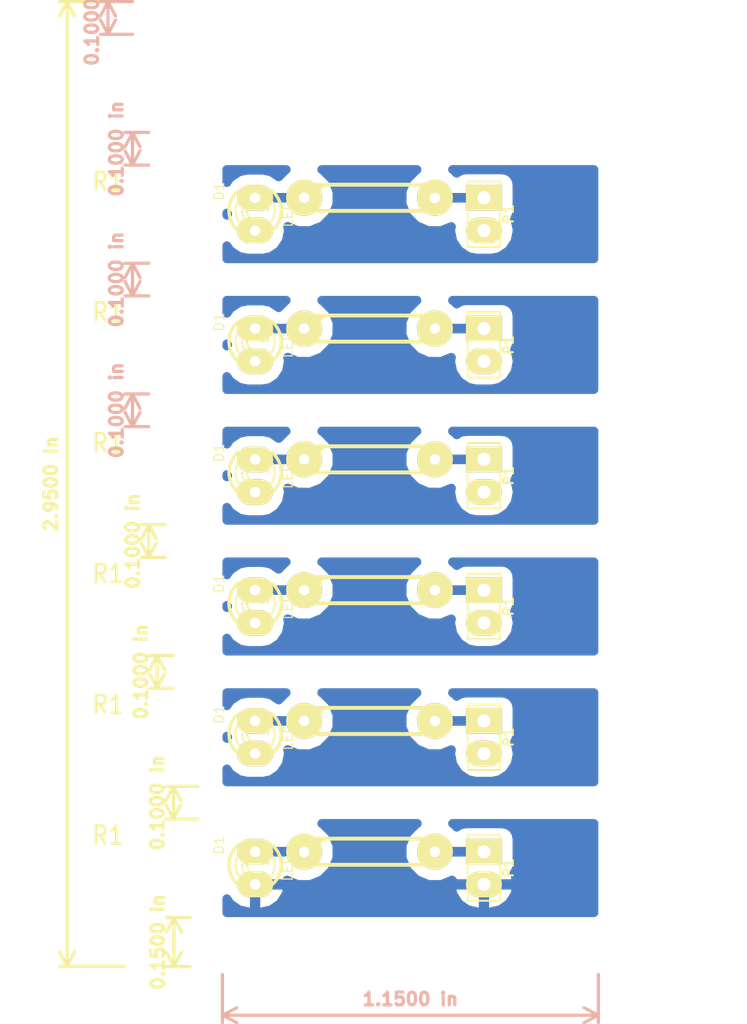
<source format=kicad_pcb>
(kicad_pcb (version 20171130) (host pcbnew 5.0.2-bee76a0~70~ubuntu16.04.1)

  (general
    (thickness 1.6)
    (drawings 23)
    (tracks 12)
    (zones 0)
    (modules 18)
    (nets 4)
  )

  (page A3)
  (layers
    (0 F.Cu signal)
    (31 B.Cu signal)
    (32 B.Adhes user)
    (33 F.Adhes user)
    (34 B.Paste user)
    (35 F.Paste user)
    (36 B.SilkS user)
    (37 F.SilkS user)
    (38 B.Mask user)
    (39 F.Mask user)
    (40 Dwgs.User user)
    (41 Cmts.User user)
    (42 Eco1.User user)
    (43 Eco2.User user)
    (44 Edge.Cuts user)
  )

  (setup
    (last_trace_width 0.75)
    (trace_clearance 0.254)
    (zone_clearance 0.8)
    (zone_45_only no)
    (trace_min 0.254)
    (segment_width 0.2)
    (edge_width 0.15)
    (via_size 0.889)
    (via_drill 0.635)
    (via_min_size 0.889)
    (via_min_drill 0.508)
    (uvia_size 0.508)
    (uvia_drill 0.127)
    (uvias_allowed no)
    (uvia_min_size 0.508)
    (uvia_min_drill 0.127)
    (pcb_text_width 0.3)
    (pcb_text_size 1 1)
    (mod_edge_width 0.15)
    (mod_text_size 1 1)
    (mod_text_width 0.15)
    (pad_size 2 2.8)
    (pad_drill 0.8128)
    (pad_to_mask_clearance 0)
    (solder_mask_min_width 0.25)
    (aux_axis_origin 49.53 54.61)
    (grid_origin 45.72 55.88)
    (visible_elements FFFFFFBF)
    (pcbplotparams
      (layerselection 0x00008_fffffffe)
      (usegerberextensions true)
      (usegerberattributes false)
      (usegerberadvancedattributes false)
      (creategerberjobfile false)
      (excludeedgelayer true)
      (linewidth 0.150000)
      (plotframeref false)
      (viasonmask false)
      (mode 1)
      (useauxorigin true)
      (hpglpennumber 1)
      (hpglpenspeed 20)
      (hpglpendiameter 15.000000)
      (psnegative false)
      (psa4output false)
      (plotreference false)
      (plotvalue false)
      (plotinvisibletext false)
      (padsonsilk false)
      (subtractmaskfromsilk false)
      (outputformat 1)
      (mirror false)
      (drillshape 0)
      (scaleselection 1)
      (outputdirectory ""))
  )

  (net 0 "")
  (net 1 N-000001)
  (net 2 N-000002)
  (net 3 N-000003)

  (net_class Default "Dies ist die voreingestellte Netzklasse."
    (clearance 0.254)
    (trace_width 0.75)
    (via_dia 0.889)
    (via_drill 0.635)
    (uvia_dia 0.508)
    (uvia_drill 0.127)
    (add_net N-000001)
    (add_net N-000002)
    (add_net N-000003)
  )

  (module PIN_ARRAY_2X1 (layer F.Cu) (tedit 58D04B6B) (tstamp 5C308D84)
    (at 69.85 0 270)
    (descr "Connecteurs 2 pins")
    (tags "CONN DEV")
    (path /58049195)
    (fp_text reference P1 (at 0 -1.905 270) (layer F.SilkS)
      (effects (font (size 0.762 0.762) (thickness 0.1524)))
    )
    (fp_text value CONN_2 (at 0 -1.905 270) (layer F.SilkS) hide
      (effects (font (size 0.762 0.762) (thickness 0.1524)))
    )
    (fp_line (start 2.54 1.27) (end -2.54 1.27) (layer F.SilkS) (width 0.1524))
    (fp_line (start 2.54 -1.27) (end 2.54 1.27) (layer F.SilkS) (width 0.1524))
    (fp_line (start -2.54 -1.27) (end 2.54 -1.27) (layer F.SilkS) (width 0.1524))
    (fp_line (start -2.54 1.27) (end -2.54 -1.27) (layer F.SilkS) (width 0.1524))
    (pad 2 thru_hole oval (at 1.27 0 270) (size 2 2.8) (drill 1.016) (layers *.Cu *.Mask F.SilkS))
    (pad 1 thru_hole rect (at -1.27 0 270) (size 2 2.8) (drill 1.016) (layers *.Cu *.Mask F.SilkS))
    (model pin_array/pins_array_2x1.wrl
      (at (xyz 0 0 0))
      (scale (xyz 1 1 1))
      (rotate (xyz 0 0 0))
    )
  )

  (module LED-3MM (layer F.Cu) (tedit 58D04BDB) (tstamp 5C308D6C)
    (at 52.07 0 90)
    (descr "LED 3mm - Lead pitch 100mil (2,54mm)")
    (tags "LED led 3mm 3MM 100mil 2,54mm")
    (path /58048ADF)
    (fp_text reference D1 (at 1.778 -2.794 90) (layer F.SilkS)
      (effects (font (size 0.762 0.762) (thickness 0.0889)))
    )
    (fp_text value LED (at 0 2.54 90) (layer F.SilkS)
      (effects (font (size 0.762 0.762) (thickness 0.0889)))
    )
    (fp_arc (start 0.254 0) (end -1.47574 1.06426) (angle 31.6) (layer F.SilkS) (width 0.254))
    (fp_arc (start 0.254 0) (end -1.778 0) (angle 28.3) (layer F.SilkS) (width 0.254))
    (fp_arc (start 0.254 0) (end 0.254 2.032) (angle 60.2) (layer F.SilkS) (width 0.254))
    (fp_arc (start 0.254 0) (end 1.8034 1.31064) (angle 49.7) (layer F.SilkS) (width 0.254))
    (fp_arc (start 0.254 0) (end -1.5367 -0.95504) (angle 61.9) (layer F.SilkS) (width 0.254))
    (fp_arc (start 0.254 0) (end 0.254 -2.032) (angle 50.1) (layer F.SilkS) (width 0.254))
    (fp_arc (start 0.254 0) (end 1.27 0) (angle 90) (layer F.SilkS) (width 0.1524))
    (fp_arc (start 0.254 0) (end 0.889 0) (angle 90) (layer F.SilkS) (width 0.1524))
    (fp_arc (start 0.254 0) (end -0.762 0) (angle 90) (layer F.SilkS) (width 0.1524))
    (fp_arc (start 0.254 0) (end -0.381 0) (angle 90) (layer F.SilkS) (width 0.1524))
    (fp_arc (start 0.254 0) (end 0.254 1.524) (angle 52.1) (layer F.SilkS) (width 0.1524))
    (fp_arc (start 0.254 0) (end 1.45542 0.93472) (angle 52.1) (layer F.SilkS) (width 0.1524))
    (fp_arc (start 0.254 0) (end -0.9652 -0.9144) (angle 53.1) (layer F.SilkS) (width 0.1524))
    (fp_arc (start 0.254 0) (end 0.254 -1.524) (angle 54.4) (layer F.SilkS) (width 0.1524))
    (fp_arc (start 0.254 0) (end 1.778 0) (angle 39.8) (layer F.SilkS) (width 0.1524))
    (fp_arc (start 0.254 0) (end 1.4097 -0.9906) (angle 40.6) (layer F.SilkS) (width 0.1524))
    (fp_arc (start 0.254 0) (end -0.88392 1.01092) (angle 41.6) (layer F.SilkS) (width 0.1524))
    (fp_arc (start 0.254 0) (end -1.27 0) (angle 39.8) (layer F.SilkS) (width 0.1524))
    (fp_line (start 1.8288 1.27) (end 1.8288 -1.27) (layer F.SilkS) (width 0.254))
    (pad 2 thru_hole oval (at 1.27 0 90) (size 2 2.8) (drill 0.8128) (layers *.Cu *.Mask F.SilkS))
    (pad 1 thru_hole oval (at -1.27 0 90) (size 2 2.8) (drill 0.8128) (layers *.Cu *.Mask F.SilkS))
    (model discret/leds/led3_vertical_verde.wrl
      (at (xyz 0 0 0))
      (scale (xyz 1 1 1))
      (rotate (xyz 0 0 0))
    )
  )

  (module R4 (layer F.Cu) (tedit 58D04BC3) (tstamp 5C308D5F)
    (at 60.96 -1.27)
    (descr "Resitance 4 pas")
    (tags R)
    (path /58048B1C)
    (autoplace_cost180 10)
    (fp_text reference R1 (at -20.32 -1.27) (layer F.SilkS)
      (effects (font (size 1.397 1.27) (thickness 0.2032)))
    )
    (fp_text value R (at 0 0) (layer F.SilkS) hide
      (effects (font (size 1.397 1.27) (thickness 0.2032)))
    )
    (fp_line (start 5.08 0) (end 4.064 0) (layer F.SilkS) (width 0.3048))
    (fp_line (start -4.064 -0.508) (end -3.556 -1.016) (layer F.SilkS) (width 0.3048))
    (fp_line (start -4.064 1.016) (end -4.064 0) (layer F.SilkS) (width 0.3048))
    (fp_line (start 4.064 1.016) (end -4.064 1.016) (layer F.SilkS) (width 0.3048))
    (fp_line (start 4.064 -1.016) (end 4.064 1.016) (layer F.SilkS) (width 0.3048))
    (fp_line (start -4.064 -1.016) (end 4.064 -1.016) (layer F.SilkS) (width 0.3048))
    (fp_line (start -4.064 0) (end -4.064 -1.016) (layer F.SilkS) (width 0.3048))
    (fp_line (start -5.08 0) (end -4.064 0) (layer F.SilkS) (width 0.3048))
    (pad 2 thru_hole circle (at 5.08 0) (size 2.8 2.8) (drill 0.8128) (layers *.Cu *.Mask F.SilkS))
    (pad 1 thru_hole circle (at -5.08 0) (size 2.8 2.8) (drill 0.8128) (layers *.Cu *.Mask F.SilkS))
    (model discret/resistor.wrl
      (at (xyz 0 0 0))
      (scale (xyz 0.4 0.4 0.4))
      (rotate (xyz 0 0 0))
    )
  )

  (module PIN_ARRAY_2X1 (layer F.Cu) (tedit 58D04B6B) (tstamp 5C308D84)
    (at 69.85 10.16 270)
    (descr "Connecteurs 2 pins")
    (tags "CONN DEV")
    (path /58049195)
    (fp_text reference P1 (at 0 -1.905 270) (layer F.SilkS)
      (effects (font (size 0.762 0.762) (thickness 0.1524)))
    )
    (fp_text value CONN_2 (at 0 -1.905 270) (layer F.SilkS) hide
      (effects (font (size 0.762 0.762) (thickness 0.1524)))
    )
    (fp_line (start 2.54 1.27) (end -2.54 1.27) (layer F.SilkS) (width 0.1524))
    (fp_line (start 2.54 -1.27) (end 2.54 1.27) (layer F.SilkS) (width 0.1524))
    (fp_line (start -2.54 -1.27) (end 2.54 -1.27) (layer F.SilkS) (width 0.1524))
    (fp_line (start -2.54 1.27) (end -2.54 -1.27) (layer F.SilkS) (width 0.1524))
    (pad 2 thru_hole oval (at 1.27 0 270) (size 2 2.8) (drill 1.016) (layers *.Cu *.Mask F.SilkS))
    (pad 1 thru_hole rect (at -1.27 0 270) (size 2 2.8) (drill 1.016) (layers *.Cu *.Mask F.SilkS))
    (model pin_array/pins_array_2x1.wrl
      (at (xyz 0 0 0))
      (scale (xyz 1 1 1))
      (rotate (xyz 0 0 0))
    )
  )

  (module LED-3MM (layer F.Cu) (tedit 58D04BDB) (tstamp 5C308D6C)
    (at 52.07 10.16 90)
    (descr "LED 3mm - Lead pitch 100mil (2,54mm)")
    (tags "LED led 3mm 3MM 100mil 2,54mm")
    (path /58048ADF)
    (fp_text reference D1 (at 1.778 -2.794 90) (layer F.SilkS)
      (effects (font (size 0.762 0.762) (thickness 0.0889)))
    )
    (fp_text value LED (at 0 2.54 90) (layer F.SilkS)
      (effects (font (size 0.762 0.762) (thickness 0.0889)))
    )
    (fp_arc (start 0.254 0) (end -1.47574 1.06426) (angle 31.6) (layer F.SilkS) (width 0.254))
    (fp_arc (start 0.254 0) (end -1.778 0) (angle 28.3) (layer F.SilkS) (width 0.254))
    (fp_arc (start 0.254 0) (end 0.254 2.032) (angle 60.2) (layer F.SilkS) (width 0.254))
    (fp_arc (start 0.254 0) (end 1.8034 1.31064) (angle 49.7) (layer F.SilkS) (width 0.254))
    (fp_arc (start 0.254 0) (end -1.5367 -0.95504) (angle 61.9) (layer F.SilkS) (width 0.254))
    (fp_arc (start 0.254 0) (end 0.254 -2.032) (angle 50.1) (layer F.SilkS) (width 0.254))
    (fp_arc (start 0.254 0) (end 1.27 0) (angle 90) (layer F.SilkS) (width 0.1524))
    (fp_arc (start 0.254 0) (end 0.889 0) (angle 90) (layer F.SilkS) (width 0.1524))
    (fp_arc (start 0.254 0) (end -0.762 0) (angle 90) (layer F.SilkS) (width 0.1524))
    (fp_arc (start 0.254 0) (end -0.381 0) (angle 90) (layer F.SilkS) (width 0.1524))
    (fp_arc (start 0.254 0) (end 0.254 1.524) (angle 52.1) (layer F.SilkS) (width 0.1524))
    (fp_arc (start 0.254 0) (end 1.45542 0.93472) (angle 52.1) (layer F.SilkS) (width 0.1524))
    (fp_arc (start 0.254 0) (end -0.9652 -0.9144) (angle 53.1) (layer F.SilkS) (width 0.1524))
    (fp_arc (start 0.254 0) (end 0.254 -1.524) (angle 54.4) (layer F.SilkS) (width 0.1524))
    (fp_arc (start 0.254 0) (end 1.778 0) (angle 39.8) (layer F.SilkS) (width 0.1524))
    (fp_arc (start 0.254 0) (end 1.4097 -0.9906) (angle 40.6) (layer F.SilkS) (width 0.1524))
    (fp_arc (start 0.254 0) (end -0.88392 1.01092) (angle 41.6) (layer F.SilkS) (width 0.1524))
    (fp_arc (start 0.254 0) (end -1.27 0) (angle 39.8) (layer F.SilkS) (width 0.1524))
    (fp_line (start 1.8288 1.27) (end 1.8288 -1.27) (layer F.SilkS) (width 0.254))
    (pad 2 thru_hole oval (at 1.27 0 90) (size 2 2.8) (drill 0.8128) (layers *.Cu *.Mask F.SilkS))
    (pad 1 thru_hole oval (at -1.27 0 90) (size 2 2.8) (drill 0.8128) (layers *.Cu *.Mask F.SilkS))
    (model discret/leds/led3_vertical_verde.wrl
      (at (xyz 0 0 0))
      (scale (xyz 1 1 1))
      (rotate (xyz 0 0 0))
    )
  )

  (module R4 (layer F.Cu) (tedit 58D04BC3) (tstamp 5C308D5F)
    (at 60.96 8.89)
    (descr "Resitance 4 pas")
    (tags R)
    (path /58048B1C)
    (autoplace_cost180 10)
    (fp_text reference R1 (at -20.32 -1.27) (layer F.SilkS)
      (effects (font (size 1.397 1.27) (thickness 0.2032)))
    )
    (fp_text value R (at 0 0) (layer F.SilkS) hide
      (effects (font (size 1.397 1.27) (thickness 0.2032)))
    )
    (fp_line (start 5.08 0) (end 4.064 0) (layer F.SilkS) (width 0.3048))
    (fp_line (start -4.064 -0.508) (end -3.556 -1.016) (layer F.SilkS) (width 0.3048))
    (fp_line (start -4.064 1.016) (end -4.064 0) (layer F.SilkS) (width 0.3048))
    (fp_line (start 4.064 1.016) (end -4.064 1.016) (layer F.SilkS) (width 0.3048))
    (fp_line (start 4.064 -1.016) (end 4.064 1.016) (layer F.SilkS) (width 0.3048))
    (fp_line (start -4.064 -1.016) (end 4.064 -1.016) (layer F.SilkS) (width 0.3048))
    (fp_line (start -4.064 0) (end -4.064 -1.016) (layer F.SilkS) (width 0.3048))
    (fp_line (start -5.08 0) (end -4.064 0) (layer F.SilkS) (width 0.3048))
    (pad 2 thru_hole circle (at 5.08 0) (size 2.8 2.8) (drill 0.8128) (layers *.Cu *.Mask F.SilkS))
    (pad 1 thru_hole circle (at -5.08 0) (size 2.8 2.8) (drill 0.8128) (layers *.Cu *.Mask F.SilkS))
    (model discret/resistor.wrl
      (at (xyz 0 0 0))
      (scale (xyz 0.4 0.4 0.4))
      (rotate (xyz 0 0 0))
    )
  )

  (module PIN_ARRAY_2X1 (layer F.Cu) (tedit 58D04B6B) (tstamp 5C308D84)
    (at 69.85 20.32 270)
    (descr "Connecteurs 2 pins")
    (tags "CONN DEV")
    (path /58049195)
    (fp_text reference P1 (at 0 -1.905 270) (layer F.SilkS)
      (effects (font (size 0.762 0.762) (thickness 0.1524)))
    )
    (fp_text value CONN_2 (at 0 -1.905 270) (layer F.SilkS) hide
      (effects (font (size 0.762 0.762) (thickness 0.1524)))
    )
    (fp_line (start 2.54 1.27) (end -2.54 1.27) (layer F.SilkS) (width 0.1524))
    (fp_line (start 2.54 -1.27) (end 2.54 1.27) (layer F.SilkS) (width 0.1524))
    (fp_line (start -2.54 -1.27) (end 2.54 -1.27) (layer F.SilkS) (width 0.1524))
    (fp_line (start -2.54 1.27) (end -2.54 -1.27) (layer F.SilkS) (width 0.1524))
    (pad 2 thru_hole oval (at 1.27 0 270) (size 2 2.8) (drill 1.016) (layers *.Cu *.Mask F.SilkS))
    (pad 1 thru_hole rect (at -1.27 0 270) (size 2 2.8) (drill 1.016) (layers *.Cu *.Mask F.SilkS))
    (model pin_array/pins_array_2x1.wrl
      (at (xyz 0 0 0))
      (scale (xyz 1 1 1))
      (rotate (xyz 0 0 0))
    )
  )

  (module LED-3MM (layer F.Cu) (tedit 58D04BDB) (tstamp 5C308D6C)
    (at 52.07 20.32 90)
    (descr "LED 3mm - Lead pitch 100mil (2,54mm)")
    (tags "LED led 3mm 3MM 100mil 2,54mm")
    (path /58048ADF)
    (fp_text reference D1 (at 1.778 -2.794 90) (layer F.SilkS)
      (effects (font (size 0.762 0.762) (thickness 0.0889)))
    )
    (fp_text value LED (at 0 2.54 90) (layer F.SilkS)
      (effects (font (size 0.762 0.762) (thickness 0.0889)))
    )
    (fp_arc (start 0.254 0) (end -1.47574 1.06426) (angle 31.6) (layer F.SilkS) (width 0.254))
    (fp_arc (start 0.254 0) (end -1.778 0) (angle 28.3) (layer F.SilkS) (width 0.254))
    (fp_arc (start 0.254 0) (end 0.254 2.032) (angle 60.2) (layer F.SilkS) (width 0.254))
    (fp_arc (start 0.254 0) (end 1.8034 1.31064) (angle 49.7) (layer F.SilkS) (width 0.254))
    (fp_arc (start 0.254 0) (end -1.5367 -0.95504) (angle 61.9) (layer F.SilkS) (width 0.254))
    (fp_arc (start 0.254 0) (end 0.254 -2.032) (angle 50.1) (layer F.SilkS) (width 0.254))
    (fp_arc (start 0.254 0) (end 1.27 0) (angle 90) (layer F.SilkS) (width 0.1524))
    (fp_arc (start 0.254 0) (end 0.889 0) (angle 90) (layer F.SilkS) (width 0.1524))
    (fp_arc (start 0.254 0) (end -0.762 0) (angle 90) (layer F.SilkS) (width 0.1524))
    (fp_arc (start 0.254 0) (end -0.381 0) (angle 90) (layer F.SilkS) (width 0.1524))
    (fp_arc (start 0.254 0) (end 0.254 1.524) (angle 52.1) (layer F.SilkS) (width 0.1524))
    (fp_arc (start 0.254 0) (end 1.45542 0.93472) (angle 52.1) (layer F.SilkS) (width 0.1524))
    (fp_arc (start 0.254 0) (end -0.9652 -0.9144) (angle 53.1) (layer F.SilkS) (width 0.1524))
    (fp_arc (start 0.254 0) (end 0.254 -1.524) (angle 54.4) (layer F.SilkS) (width 0.1524))
    (fp_arc (start 0.254 0) (end 1.778 0) (angle 39.8) (layer F.SilkS) (width 0.1524))
    (fp_arc (start 0.254 0) (end 1.4097 -0.9906) (angle 40.6) (layer F.SilkS) (width 0.1524))
    (fp_arc (start 0.254 0) (end -0.88392 1.01092) (angle 41.6) (layer F.SilkS) (width 0.1524))
    (fp_arc (start 0.254 0) (end -1.27 0) (angle 39.8) (layer F.SilkS) (width 0.1524))
    (fp_line (start 1.8288 1.27) (end 1.8288 -1.27) (layer F.SilkS) (width 0.254))
    (pad 2 thru_hole oval (at 1.27 0 90) (size 2 2.8) (drill 0.8128) (layers *.Cu *.Mask F.SilkS))
    (pad 1 thru_hole oval (at -1.27 0 90) (size 2 2.8) (drill 0.8128) (layers *.Cu *.Mask F.SilkS))
    (model discret/leds/led3_vertical_verde.wrl
      (at (xyz 0 0 0))
      (scale (xyz 1 1 1))
      (rotate (xyz 0 0 0))
    )
  )

  (module R4 (layer F.Cu) (tedit 58D04BC3) (tstamp 5C308D5F)
    (at 60.96 19.05)
    (descr "Resitance 4 pas")
    (tags R)
    (path /58048B1C)
    (autoplace_cost180 10)
    (fp_text reference R1 (at -20.32 -1.27) (layer F.SilkS)
      (effects (font (size 1.397 1.27) (thickness 0.2032)))
    )
    (fp_text value R (at 0 0) (layer F.SilkS) hide
      (effects (font (size 1.397 1.27) (thickness 0.2032)))
    )
    (fp_line (start 5.08 0) (end 4.064 0) (layer F.SilkS) (width 0.3048))
    (fp_line (start -4.064 -0.508) (end -3.556 -1.016) (layer F.SilkS) (width 0.3048))
    (fp_line (start -4.064 1.016) (end -4.064 0) (layer F.SilkS) (width 0.3048))
    (fp_line (start 4.064 1.016) (end -4.064 1.016) (layer F.SilkS) (width 0.3048))
    (fp_line (start 4.064 -1.016) (end 4.064 1.016) (layer F.SilkS) (width 0.3048))
    (fp_line (start -4.064 -1.016) (end 4.064 -1.016) (layer F.SilkS) (width 0.3048))
    (fp_line (start -4.064 0) (end -4.064 -1.016) (layer F.SilkS) (width 0.3048))
    (fp_line (start -5.08 0) (end -4.064 0) (layer F.SilkS) (width 0.3048))
    (pad 2 thru_hole circle (at 5.08 0) (size 2.8 2.8) (drill 0.8128) (layers *.Cu *.Mask F.SilkS))
    (pad 1 thru_hole circle (at -5.08 0) (size 2.8 2.8) (drill 0.8128) (layers *.Cu *.Mask F.SilkS))
    (model discret/resistor.wrl
      (at (xyz 0 0 0))
      (scale (xyz 0.4 0.4 0.4))
      (rotate (xyz 0 0 0))
    )
  )

  (module PIN_ARRAY_2X1 (layer F.Cu) (tedit 58D04B6B) (tstamp 5C3094A6)
    (at 69.85 30.48 270)
    (descr "Connecteurs 2 pins")
    (tags "CONN DEV")
    (path /58049195)
    (fp_text reference P1 (at 0 -1.905 270) (layer F.SilkS)
      (effects (font (size 0.762 0.762) (thickness 0.1524)))
    )
    (fp_text value CONN_2 (at 0 -1.905 270) (layer F.SilkS) hide
      (effects (font (size 0.762 0.762) (thickness 0.1524)))
    )
    (fp_line (start -2.54 1.27) (end -2.54 -1.27) (layer F.SilkS) (width 0.1524))
    (fp_line (start -2.54 -1.27) (end 2.54 -1.27) (layer F.SilkS) (width 0.1524))
    (fp_line (start 2.54 -1.27) (end 2.54 1.27) (layer F.SilkS) (width 0.1524))
    (fp_line (start 2.54 1.27) (end -2.54 1.27) (layer F.SilkS) (width 0.1524))
    (pad 1 thru_hole rect (at -1.27 0 270) (size 2 2.8) (drill 1.016) (layers *.Cu *.Mask F.SilkS))
    (pad 2 thru_hole oval (at 1.27 0 270) (size 2 2.8) (drill 1.016) (layers *.Cu *.Mask F.SilkS))
    (model pin_array/pins_array_2x1.wrl
      (at (xyz 0 0 0))
      (scale (xyz 1 1 1))
      (rotate (xyz 0 0 0))
    )
  )

  (module LED-3MM (layer F.Cu) (tedit 58D04BDB) (tstamp 5C3095A5)
    (at 52.07 30.48 90)
    (descr "LED 3mm - Lead pitch 100mil (2,54mm)")
    (tags "LED led 3mm 3MM 100mil 2,54mm")
    (path /58048ADF)
    (fp_text reference D1 (at 1.778 -2.794 90) (layer F.SilkS)
      (effects (font (size 0.762 0.762) (thickness 0.0889)))
    )
    (fp_text value LED (at 0 2.54 90) (layer F.SilkS)
      (effects (font (size 0.762 0.762) (thickness 0.0889)))
    )
    (fp_line (start 1.8288 1.27) (end 1.8288 -1.27) (layer F.SilkS) (width 0.254))
    (fp_arc (start 0.254 0) (end -1.27 0) (angle 39.8) (layer F.SilkS) (width 0.1524))
    (fp_arc (start 0.254 0) (end -0.88392 1.01092) (angle 41.6) (layer F.SilkS) (width 0.1524))
    (fp_arc (start 0.254 0) (end 1.4097 -0.9906) (angle 40.6) (layer F.SilkS) (width 0.1524))
    (fp_arc (start 0.254 0) (end 1.778 0) (angle 39.8) (layer F.SilkS) (width 0.1524))
    (fp_arc (start 0.254 0) (end 0.254 -1.524) (angle 54.4) (layer F.SilkS) (width 0.1524))
    (fp_arc (start 0.254 0) (end -0.9652 -0.9144) (angle 53.1) (layer F.SilkS) (width 0.1524))
    (fp_arc (start 0.254 0) (end 1.45542 0.93472) (angle 52.1) (layer F.SilkS) (width 0.1524))
    (fp_arc (start 0.254 0) (end 0.254 1.524) (angle 52.1) (layer F.SilkS) (width 0.1524))
    (fp_arc (start 0.254 0) (end -0.381 0) (angle 90) (layer F.SilkS) (width 0.1524))
    (fp_arc (start 0.254 0) (end -0.762 0) (angle 90) (layer F.SilkS) (width 0.1524))
    (fp_arc (start 0.254 0) (end 0.889 0) (angle 90) (layer F.SilkS) (width 0.1524))
    (fp_arc (start 0.254 0) (end 1.27 0) (angle 90) (layer F.SilkS) (width 0.1524))
    (fp_arc (start 0.254 0) (end 0.254 -2.032) (angle 50.1) (layer F.SilkS) (width 0.254))
    (fp_arc (start 0.254 0) (end -1.5367 -0.95504) (angle 61.9) (layer F.SilkS) (width 0.254))
    (fp_arc (start 0.254 0) (end 1.8034 1.31064) (angle 49.7) (layer F.SilkS) (width 0.254))
    (fp_arc (start 0.254 0) (end 0.254 2.032) (angle 60.2) (layer F.SilkS) (width 0.254))
    (fp_arc (start 0.254 0) (end -1.778 0) (angle 28.3) (layer F.SilkS) (width 0.254))
    (fp_arc (start 0.254 0) (end -1.47574 1.06426) (angle 31.6) (layer F.SilkS) (width 0.254))
    (pad 1 thru_hole oval (at -1.27 0 90) (size 2 2.8) (drill 0.8128) (layers *.Cu *.Mask F.SilkS))
    (pad 2 thru_hole oval (at 1.27 0 90) (size 2 2.8) (drill 0.8128) (layers *.Cu *.Mask F.SilkS))
    (model discret/leds/led3_vertical_verde.wrl
      (at (xyz 0 0 0))
      (scale (xyz 1 1 1))
      (rotate (xyz 0 0 0))
    )
  )

  (module R4 (layer F.Cu) (tedit 58D04BC3) (tstamp 5C3094E6)
    (at 60.96 29.21)
    (descr "Resitance 4 pas")
    (tags R)
    (path /58048B1C)
    (autoplace_cost180 10)
    (fp_text reference R1 (at -20.32 -1.27) (layer F.SilkS)
      (effects (font (size 1.397 1.27) (thickness 0.2032)))
    )
    (fp_text value R (at 0 0) (layer F.SilkS) hide
      (effects (font (size 1.397 1.27) (thickness 0.2032)))
    )
    (fp_line (start -5.08 0) (end -4.064 0) (layer F.SilkS) (width 0.3048))
    (fp_line (start -4.064 0) (end -4.064 -1.016) (layer F.SilkS) (width 0.3048))
    (fp_line (start -4.064 -1.016) (end 4.064 -1.016) (layer F.SilkS) (width 0.3048))
    (fp_line (start 4.064 -1.016) (end 4.064 1.016) (layer F.SilkS) (width 0.3048))
    (fp_line (start 4.064 1.016) (end -4.064 1.016) (layer F.SilkS) (width 0.3048))
    (fp_line (start -4.064 1.016) (end -4.064 0) (layer F.SilkS) (width 0.3048))
    (fp_line (start -4.064 -0.508) (end -3.556 -1.016) (layer F.SilkS) (width 0.3048))
    (fp_line (start 5.08 0) (end 4.064 0) (layer F.SilkS) (width 0.3048))
    (pad 1 thru_hole circle (at -5.08 0) (size 2.8 2.8) (drill 0.8128) (layers *.Cu *.Mask F.SilkS))
    (pad 2 thru_hole circle (at 5.08 0) (size 2.8 2.8) (drill 0.8128) (layers *.Cu *.Mask F.SilkS))
    (model discret/resistor.wrl
      (at (xyz 0 0 0))
      (scale (xyz 0.4 0.4 0.4))
      (rotate (xyz 0 0 0))
    )
  )

  (module PIN_ARRAY_2X1 (layer F.Cu) (tedit 58D04B6B) (tstamp 5C30941C)
    (at 69.85 40.64 270)
    (descr "Connecteurs 2 pins")
    (tags "CONN DEV")
    (path /58049195)
    (fp_text reference P1 (at 0 -1.905 270) (layer F.SilkS)
      (effects (font (size 0.762 0.762) (thickness 0.1524)))
    )
    (fp_text value CONN_2 (at 0 -1.905 270) (layer F.SilkS) hide
      (effects (font (size 0.762 0.762) (thickness 0.1524)))
    )
    (fp_line (start -2.54 1.27) (end -2.54 -1.27) (layer F.SilkS) (width 0.1524))
    (fp_line (start -2.54 -1.27) (end 2.54 -1.27) (layer F.SilkS) (width 0.1524))
    (fp_line (start 2.54 -1.27) (end 2.54 1.27) (layer F.SilkS) (width 0.1524))
    (fp_line (start 2.54 1.27) (end -2.54 1.27) (layer F.SilkS) (width 0.1524))
    (pad 1 thru_hole rect (at -1.27 0 270) (size 2 2.8) (drill 1.016) (layers *.Cu *.Mask F.SilkS))
    (pad 2 thru_hole oval (at 1.27 0 270) (size 2 2.8) (drill 1.016) (layers *.Cu *.Mask F.SilkS))
    (model pin_array/pins_array_2x1.wrl
      (at (xyz 0 0 0))
      (scale (xyz 1 1 1))
      (rotate (xyz 0 0 0))
    )
  )

  (module LED-3MM (layer F.Cu) (tedit 58D04BDB) (tstamp 5C309446)
    (at 52.07 40.64 90)
    (descr "LED 3mm - Lead pitch 100mil (2,54mm)")
    (tags "LED led 3mm 3MM 100mil 2,54mm")
    (path /58048ADF)
    (fp_text reference D1 (at 1.778 -2.794 90) (layer F.SilkS)
      (effects (font (size 0.762 0.762) (thickness 0.0889)))
    )
    (fp_text value LED (at 0 2.54 90) (layer F.SilkS)
      (effects (font (size 0.762 0.762) (thickness 0.0889)))
    )
    (fp_line (start 1.8288 1.27) (end 1.8288 -1.27) (layer F.SilkS) (width 0.254))
    (fp_arc (start 0.254 0) (end -1.27 0) (angle 39.8) (layer F.SilkS) (width 0.1524))
    (fp_arc (start 0.254 0) (end -0.88392 1.01092) (angle 41.6) (layer F.SilkS) (width 0.1524))
    (fp_arc (start 0.254 0) (end 1.4097 -0.9906) (angle 40.6) (layer F.SilkS) (width 0.1524))
    (fp_arc (start 0.254 0) (end 1.778 0) (angle 39.8) (layer F.SilkS) (width 0.1524))
    (fp_arc (start 0.254 0) (end 0.254 -1.524) (angle 54.4) (layer F.SilkS) (width 0.1524))
    (fp_arc (start 0.254 0) (end -0.9652 -0.9144) (angle 53.1) (layer F.SilkS) (width 0.1524))
    (fp_arc (start 0.254 0) (end 1.45542 0.93472) (angle 52.1) (layer F.SilkS) (width 0.1524))
    (fp_arc (start 0.254 0) (end 0.254 1.524) (angle 52.1) (layer F.SilkS) (width 0.1524))
    (fp_arc (start 0.254 0) (end -0.381 0) (angle 90) (layer F.SilkS) (width 0.1524))
    (fp_arc (start 0.254 0) (end -0.762 0) (angle 90) (layer F.SilkS) (width 0.1524))
    (fp_arc (start 0.254 0) (end 0.889 0) (angle 90) (layer F.SilkS) (width 0.1524))
    (fp_arc (start 0.254 0) (end 1.27 0) (angle 90) (layer F.SilkS) (width 0.1524))
    (fp_arc (start 0.254 0) (end 0.254 -2.032) (angle 50.1) (layer F.SilkS) (width 0.254))
    (fp_arc (start 0.254 0) (end -1.5367 -0.95504) (angle 61.9) (layer F.SilkS) (width 0.254))
    (fp_arc (start 0.254 0) (end 1.8034 1.31064) (angle 49.7) (layer F.SilkS) (width 0.254))
    (fp_arc (start 0.254 0) (end 0.254 2.032) (angle 60.2) (layer F.SilkS) (width 0.254))
    (fp_arc (start 0.254 0) (end -1.778 0) (angle 28.3) (layer F.SilkS) (width 0.254))
    (fp_arc (start 0.254 0) (end -1.47574 1.06426) (angle 31.6) (layer F.SilkS) (width 0.254))
    (pad 1 thru_hole oval (at -1.27 0 90) (size 2 2.8) (drill 0.8128) (layers *.Cu *.Mask F.SilkS))
    (pad 2 thru_hole oval (at 1.27 0 90) (size 2 2.8) (drill 0.8128) (layers *.Cu *.Mask F.SilkS))
    (model discret/leds/led3_vertical_verde.wrl
      (at (xyz 0 0 0))
      (scale (xyz 1 1 1))
      (rotate (xyz 0 0 0))
    )
  )

  (module R4 (layer F.Cu) (tedit 58D04BC3) (tstamp 5C309483)
    (at 60.96 39.37)
    (descr "Resitance 4 pas")
    (tags R)
    (path /58048B1C)
    (autoplace_cost180 10)
    (fp_text reference R1 (at -20.32 -1.27) (layer F.SilkS)
      (effects (font (size 1.397 1.27) (thickness 0.2032)))
    )
    (fp_text value R (at 0 0) (layer F.SilkS) hide
      (effects (font (size 1.397 1.27) (thickness 0.2032)))
    )
    (fp_line (start -5.08 0) (end -4.064 0) (layer F.SilkS) (width 0.3048))
    (fp_line (start -4.064 0) (end -4.064 -1.016) (layer F.SilkS) (width 0.3048))
    (fp_line (start -4.064 -1.016) (end 4.064 -1.016) (layer F.SilkS) (width 0.3048))
    (fp_line (start 4.064 -1.016) (end 4.064 1.016) (layer F.SilkS) (width 0.3048))
    (fp_line (start 4.064 1.016) (end -4.064 1.016) (layer F.SilkS) (width 0.3048))
    (fp_line (start -4.064 1.016) (end -4.064 0) (layer F.SilkS) (width 0.3048))
    (fp_line (start -4.064 -0.508) (end -3.556 -1.016) (layer F.SilkS) (width 0.3048))
    (fp_line (start 5.08 0) (end 4.064 0) (layer F.SilkS) (width 0.3048))
    (pad 1 thru_hole circle (at -5.08 0) (size 2.8 2.8) (drill 0.8128) (layers *.Cu *.Mask F.SilkS))
    (pad 2 thru_hole circle (at 5.08 0) (size 2.8 2.8) (drill 0.8128) (layers *.Cu *.Mask F.SilkS))
    (model discret/resistor.wrl
      (at (xyz 0 0 0))
      (scale (xyz 0.4 0.4 0.4))
      (rotate (xyz 0 0 0))
    )
  )

  (module R4 (layer F.Cu) (tedit 58D04BC3) (tstamp 5C309573)
    (at 60.96 49.53)
    (descr "Resitance 4 pas")
    (tags R)
    (path /58048B1C)
    (autoplace_cost180 10)
    (fp_text reference R1 (at -20.32 -1.27) (layer F.SilkS)
      (effects (font (size 1.397 1.27) (thickness 0.2032)))
    )
    (fp_text value R (at 0 0) (layer F.SilkS) hide
      (effects (font (size 1.397 1.27) (thickness 0.2032)))
    )
    (fp_line (start -5.08 0) (end -4.064 0) (layer F.SilkS) (width 0.3048))
    (fp_line (start -4.064 0) (end -4.064 -1.016) (layer F.SilkS) (width 0.3048))
    (fp_line (start -4.064 -1.016) (end 4.064 -1.016) (layer F.SilkS) (width 0.3048))
    (fp_line (start 4.064 -1.016) (end 4.064 1.016) (layer F.SilkS) (width 0.3048))
    (fp_line (start 4.064 1.016) (end -4.064 1.016) (layer F.SilkS) (width 0.3048))
    (fp_line (start -4.064 1.016) (end -4.064 0) (layer F.SilkS) (width 0.3048))
    (fp_line (start -4.064 -0.508) (end -3.556 -1.016) (layer F.SilkS) (width 0.3048))
    (fp_line (start 5.08 0) (end 4.064 0) (layer F.SilkS) (width 0.3048))
    (pad 1 thru_hole circle (at -5.08 0) (size 2.8 2.8) (drill 0.8128) (layers *.Cu *.Mask F.SilkS)
      (net 2 N-000002))
    (pad 2 thru_hole circle (at 5.08 0) (size 2.8 2.8) (drill 0.8128) (layers *.Cu *.Mask F.SilkS)
      (net 3 N-000003))
    (model discret/resistor.wrl
      (at (xyz 0 0 0))
      (scale (xyz 0.4 0.4 0.4))
      (rotate (xyz 0 0 0))
    )
  )

  (module PIN_ARRAY_2X1 (layer F.Cu) (tedit 58D04B6B) (tstamp 5C3094C7)
    (at 69.85 50.8 270)
    (descr "Connecteurs 2 pins")
    (tags "CONN DEV")
    (path /58049195)
    (fp_text reference P1 (at 0 -1.905 270) (layer F.SilkS)
      (effects (font (size 0.762 0.762) (thickness 0.1524)))
    )
    (fp_text value CONN_2 (at 0 -1.905 270) (layer F.SilkS) hide
      (effects (font (size 0.762 0.762) (thickness 0.1524)))
    )
    (fp_line (start 2.54 1.27) (end -2.54 1.27) (layer F.SilkS) (width 0.1524))
    (fp_line (start 2.54 -1.27) (end 2.54 1.27) (layer F.SilkS) (width 0.1524))
    (fp_line (start -2.54 -1.27) (end 2.54 -1.27) (layer F.SilkS) (width 0.1524))
    (fp_line (start -2.54 1.27) (end -2.54 -1.27) (layer F.SilkS) (width 0.1524))
    (pad 2 thru_hole oval (at 1.27 0 270) (size 2 2.8) (drill 1.016) (layers *.Cu *.Mask F.SilkS)
      (net 1 N-000001))
    (pad 1 thru_hole rect (at -1.27 0 270) (size 2 2.8) (drill 1.016) (layers *.Cu *.Mask F.SilkS)
      (net 3 N-000003))
    (model pin_array/pins_array_2x1.wrl
      (at (xyz 0 0 0))
      (scale (xyz 1 1 1))
      (rotate (xyz 0 0 0))
    )
  )

  (module LED-3MM (layer F.Cu) (tedit 58D04BDB) (tstamp 5C309530)
    (at 52.07 50.8 90)
    (descr "LED 3mm - Lead pitch 100mil (2,54mm)")
    (tags "LED led 3mm 3MM 100mil 2,54mm")
    (path /58048ADF)
    (fp_text reference D1 (at 1.778 -2.794 90) (layer F.SilkS)
      (effects (font (size 0.762 0.762) (thickness 0.0889)))
    )
    (fp_text value LED (at 0 2.54 90) (layer F.SilkS)
      (effects (font (size 0.762 0.762) (thickness 0.0889)))
    )
    (fp_line (start 1.8288 1.27) (end 1.8288 -1.27) (layer F.SilkS) (width 0.254))
    (fp_arc (start 0.254 0) (end -1.27 0) (angle 39.8) (layer F.SilkS) (width 0.1524))
    (fp_arc (start 0.254 0) (end -0.88392 1.01092) (angle 41.6) (layer F.SilkS) (width 0.1524))
    (fp_arc (start 0.254 0) (end 1.4097 -0.9906) (angle 40.6) (layer F.SilkS) (width 0.1524))
    (fp_arc (start 0.254 0) (end 1.778 0) (angle 39.8) (layer F.SilkS) (width 0.1524))
    (fp_arc (start 0.254 0) (end 0.254 -1.524) (angle 54.4) (layer F.SilkS) (width 0.1524))
    (fp_arc (start 0.254 0) (end -0.9652 -0.9144) (angle 53.1) (layer F.SilkS) (width 0.1524))
    (fp_arc (start 0.254 0) (end 1.45542 0.93472) (angle 52.1) (layer F.SilkS) (width 0.1524))
    (fp_arc (start 0.254 0) (end 0.254 1.524) (angle 52.1) (layer F.SilkS) (width 0.1524))
    (fp_arc (start 0.254 0) (end -0.381 0) (angle 90) (layer F.SilkS) (width 0.1524))
    (fp_arc (start 0.254 0) (end -0.762 0) (angle 90) (layer F.SilkS) (width 0.1524))
    (fp_arc (start 0.254 0) (end 0.889 0) (angle 90) (layer F.SilkS) (width 0.1524))
    (fp_arc (start 0.254 0) (end 1.27 0) (angle 90) (layer F.SilkS) (width 0.1524))
    (fp_arc (start 0.254 0) (end 0.254 -2.032) (angle 50.1) (layer F.SilkS) (width 0.254))
    (fp_arc (start 0.254 0) (end -1.5367 -0.95504) (angle 61.9) (layer F.SilkS) (width 0.254))
    (fp_arc (start 0.254 0) (end 1.8034 1.31064) (angle 49.7) (layer F.SilkS) (width 0.254))
    (fp_arc (start 0.254 0) (end 0.254 2.032) (angle 60.2) (layer F.SilkS) (width 0.254))
    (fp_arc (start 0.254 0) (end -1.778 0) (angle 28.3) (layer F.SilkS) (width 0.254))
    (fp_arc (start 0.254 0) (end -1.47574 1.06426) (angle 31.6) (layer F.SilkS) (width 0.254))
    (pad 1 thru_hole oval (at -1.27 0 90) (size 2 2.8) (drill 0.8128) (layers *.Cu *.Mask F.SilkS)
      (net 1 N-000001))
    (pad 2 thru_hole oval (at 1.27 0 90) (size 2 2.8) (drill 0.8128) (layers *.Cu *.Mask F.SilkS)
      (net 2 N-000002))
    (model discret/leds/led3_vertical_verde.wrl
      (at (xyz 0 0 0))
      (scale (xyz 1 1 1))
      (rotate (xyz 0 0 0))
    )
  )

  (dimension 29.21 (width 0.25) (layer B.SilkS)
    (gr_text "29,210 mm" (at 64.135 63.73) (layer B.SilkS)
      (effects (font (size 1 1) (thickness 0.25)))
    )
    (feature1 (pts (xy 78.74 59.055) (xy 78.74 62.816421)))
    (feature2 (pts (xy 49.53 59.055) (xy 49.53 62.816421)))
    (crossbar (pts (xy 49.53 62.23) (xy 78.74 62.23)))
    (arrow1a (pts (xy 78.74 62.23) (xy 77.613496 62.816421)))
    (arrow1b (pts (xy 78.74 62.23) (xy 77.613496 61.643579)))
    (arrow2a (pts (xy 49.53 62.23) (xy 50.656504 62.816421)))
    (arrow2b (pts (xy 49.53 62.23) (xy 50.656504 61.643579)))
  )
  (dimension 2.54 (width 0.25) (layer B.SilkS)
    (gr_text "2,540 mm" (at 39.14 -15.24 90) (layer B.SilkS)
      (effects (font (size 1 1) (thickness 0.25)))
    )
    (feature1 (pts (xy 42.545 -16.51) (xy 40.053579 -16.51)))
    (feature2 (pts (xy 42.545 -13.97) (xy 40.053579 -13.97)))
    (crossbar (pts (xy 40.64 -13.97) (xy 40.64 -16.51)))
    (arrow1a (pts (xy 40.64 -16.51) (xy 41.226421 -15.383496)))
    (arrow1b (pts (xy 40.64 -16.51) (xy 40.053579 -15.383496)))
    (arrow2a (pts (xy 40.64 -13.97) (xy 41.226421 -15.096504)))
    (arrow2b (pts (xy 40.64 -13.97) (xy 40.053579 -15.096504)))
  )
  (dimension 2.54 (width 0.25) (layer B.SilkS)
    (gr_text "2,540 mm" (at 41.045 -5.08 90) (layer B.SilkS)
      (effects (font (size 1 1) (thickness 0.25)))
    )
    (feature1 (pts (xy 43.815 -6.35) (xy 41.958579 -6.35)))
    (feature2 (pts (xy 43.815 -3.81) (xy 41.958579 -3.81)))
    (crossbar (pts (xy 42.545 -3.81) (xy 42.545 -6.35)))
    (arrow1a (pts (xy 42.545 -6.35) (xy 43.131421 -5.223496)))
    (arrow1b (pts (xy 42.545 -6.35) (xy 41.958579 -5.223496)))
    (arrow2a (pts (xy 42.545 -3.81) (xy 43.131421 -4.936504)))
    (arrow2b (pts (xy 42.545 -3.81) (xy 41.958579 -4.936504)))
  )
  (gr_text "GND\n" (at 72.39 1.27) (layer F.Paste) (tstamp 5C308D5C)
    (effects (font (size 1.8 1.8) (thickness 0.1)) (justify left))
  )
  (gr_text PIN (at 72.39 -1.27) (layer F.Paste) (tstamp 5C308D5B)
    (effects (font (size 1.8 1.8) (thickness 0.1)) (justify left))
  )
  (dimension 2.54 (width 0.25) (layer B.SilkS)
    (gr_text "2,540 mm" (at 41.045 5.08 90) (layer B.SilkS)
      (effects (font (size 1 1) (thickness 0.25)))
    )
    (feature1 (pts (xy 43.815 3.81) (xy 41.958579 3.81)))
    (feature2 (pts (xy 43.815 6.35) (xy 41.958579 6.35)))
    (crossbar (pts (xy 42.545 6.35) (xy 42.545 3.81)))
    (arrow1a (pts (xy 42.545 3.81) (xy 43.131421 4.936504)))
    (arrow1b (pts (xy 42.545 3.81) (xy 41.958579 4.936504)))
    (arrow2a (pts (xy 42.545 6.35) (xy 43.131421 5.223496)))
    (arrow2b (pts (xy 42.545 6.35) (xy 41.958579 5.223496)))
  )
  (gr_text "GND\n" (at 72.39 11.43) (layer F.Paste) (tstamp 5C308D5C)
    (effects (font (size 1.8 1.8) (thickness 0.1)) (justify left))
  )
  (gr_text PIN (at 72.39 8.89) (layer F.Paste) (tstamp 5C308D5B)
    (effects (font (size 1.8 1.8) (thickness 0.1)) (justify left))
  )
  (dimension 2.54 (width 0.25) (layer B.SilkS)
    (gr_text "2,540 mm" (at 41.045 15.24 90) (layer B.SilkS)
      (effects (font (size 1 1) (thickness 0.25)))
    )
    (feature1 (pts (xy 43.815 13.97) (xy 41.958579 13.97)))
    (feature2 (pts (xy 43.815 16.51) (xy 41.958579 16.51)))
    (crossbar (pts (xy 42.545 16.51) (xy 42.545 13.97)))
    (arrow1a (pts (xy 42.545 13.97) (xy 43.131421 15.096504)))
    (arrow1b (pts (xy 42.545 13.97) (xy 41.958579 15.096504)))
    (arrow2a (pts (xy 42.545 16.51) (xy 43.131421 15.383496)))
    (arrow2b (pts (xy 42.545 16.51) (xy 41.958579 15.383496)))
  )
  (gr_text "GND\n" (at 72.39 21.59) (layer F.Paste) (tstamp 5C308D5C)
    (effects (font (size 1.8 1.8) (thickness 0.1)) (justify left))
  )
  (gr_text PIN (at 72.39 19.05) (layer F.Paste) (tstamp 5C308D5B)
    (effects (font (size 1.8 1.8) (thickness 0.1)) (justify left))
  )
  (dimension 2.54 (width 0.25) (layer F.SilkS)
    (gr_text "2,540 mm" (at 42.315 25.4 90) (layer F.SilkS)
      (effects (font (size 1 1) (thickness 0.25)))
    )
    (feature1 (pts (xy 45.085 24.13) (xy 43.228579 24.13)))
    (feature2 (pts (xy 45.085 26.67) (xy 43.228579 26.67)))
    (crossbar (pts (xy 43.815 26.67) (xy 43.815 24.13)))
    (arrow1a (pts (xy 43.815 24.13) (xy 44.401421 25.256504)))
    (arrow1b (pts (xy 43.815 24.13) (xy 43.228579 25.256504)))
    (arrow2a (pts (xy 43.815 26.67) (xy 44.401421 25.543496)))
    (arrow2b (pts (xy 43.815 26.67) (xy 43.228579 25.543496)))
  )
  (dimension 2.54 (width 0.25) (layer F.SilkS)
    (gr_text "2,540 mm" (at 42.95 35.56 90) (layer F.SilkS)
      (effects (font (size 1 1) (thickness 0.25)))
    )
    (feature1 (pts (xy 45.72 34.29) (xy 43.863579 34.29)))
    (feature2 (pts (xy 45.72 36.83) (xy 43.863579 36.83)))
    (crossbar (pts (xy 44.45 36.83) (xy 44.45 34.29)))
    (arrow1a (pts (xy 44.45 34.29) (xy 45.036421 35.416504)))
    (arrow1b (pts (xy 44.45 34.29) (xy 43.863579 35.416504)))
    (arrow2a (pts (xy 44.45 36.83) (xy 45.036421 35.703496)))
    (arrow2b (pts (xy 44.45 36.83) (xy 43.863579 35.703496)))
  )
  (gr_text "GND\n" (at 72.39 31.75) (layer F.Paste) (tstamp 5C30940B)
    (effects (font (size 1.8 1.8) (thickness 0.1)) (justify left))
  )
  (gr_text PIN (at 72.39 29.21) (layer F.Paste) (tstamp 5C30940E)
    (effects (font (size 1.8 1.8) (thickness 0.1)) (justify left))
  )
  (dimension 3.81 (width 0.25) (layer F.SilkS) (tstamp 5C309562)
    (gr_text "3,810 mm" (at 44.263998 56.548741 270) (layer F.SilkS) (tstamp 5C309562)
      (effects (font (size 1 1) (thickness 0.25)))
    )
    (feature1 (pts (xy 47.033998 58.453741) (xy 45.177577 58.453741)))
    (feature2 (pts (xy 47.033998 54.643741) (xy 45.177577 54.643741)))
    (crossbar (pts (xy 45.763998 54.643741) (xy 45.763998 58.453741)))
    (arrow1a (pts (xy 45.763998 58.453741) (xy 45.177577 57.327237)))
    (arrow1b (pts (xy 45.763998 58.453741) (xy 46.350419 57.327237)))
    (arrow2a (pts (xy 45.763998 54.643741) (xy 45.177577 55.770245)))
    (arrow2b (pts (xy 45.763998 54.643741) (xy 46.350419 55.770245)))
  )
  (dimension 74.93 (width 0.25) (layer F.SilkS) (tstamp 5C309514)
    (gr_text "74,930 mm" (at 35.965 20.955 90) (layer F.SilkS) (tstamp 5C309514)
      (effects (font (size 1 1) (thickness 0.25)))
    )
    (feature1 (pts (xy 41.91 -16.51) (xy 36.878579 -16.51)))
    (feature2 (pts (xy 41.91 58.42) (xy 36.878579 58.42)))
    (crossbar (pts (xy 37.465 58.42) (xy 37.465 -16.51)))
    (arrow1a (pts (xy 37.465 -16.51) (xy 38.051421 -15.383496)))
    (arrow1b (pts (xy 37.465 -16.51) (xy 36.878579 -15.383496)))
    (arrow2a (pts (xy 37.465 58.42) (xy 38.051421 57.293496)))
    (arrow2b (pts (xy 37.465 58.42) (xy 36.878579 57.293496)))
  )
  (dimension 2.54 (width 0.25) (layer F.SilkS) (tstamp 5C3094BA)
    (gr_text "2,540 mm" (at 44.22 45.72 90) (layer F.SilkS) (tstamp 5C3094BA)
      (effects (font (size 1 1) (thickness 0.25)))
    )
    (feature1 (pts (xy 47.625 44.45) (xy 45.133579 44.45)))
    (feature2 (pts (xy 47.625 46.99) (xy 45.133579 46.99)))
    (crossbar (pts (xy 45.72 46.99) (xy 45.72 44.45)))
    (arrow1a (pts (xy 45.72 44.45) (xy 46.306421 45.576504)))
    (arrow1b (pts (xy 45.72 44.45) (xy 45.133579 45.576504)))
    (arrow2a (pts (xy 45.72 46.99) (xy 46.306421 45.863496)))
    (arrow2b (pts (xy 45.72 46.99) (xy 45.133579 45.863496)))
  )
  (gr_text "GND\n" (at 72.39 41.91) (layer F.Paste) (tstamp 5C309507)
    (effects (font (size 1.8 1.8) (thickness 0.1)) (justify left))
  )
  (gr_text PIN (at 72.39 39.37) (layer F.Paste) (tstamp 5C30950A)
    (effects (font (size 1.8 1.8) (thickness 0.1)) (justify left))
  )
  (gr_text PIN (at 72.39 49.53) (layer F.Paste) (tstamp 5C3095E5)
    (effects (font (size 1.8 1.8) (thickness 0.1)) (justify left))
  )
  (gr_text "GND\n" (at 72.39 52.07) (layer F.Paste) (tstamp 5C3095E2)
    (effects (font (size 1.8 1.8) (thickness 0.1)) (justify left))
  )
  (dimension 10.16 (width 0.25) (layer F.Adhes) (tstamp 5C3095DD)
    (gr_text "10,160 mm" (at 85.09 39.64) (layer F.Adhes) (tstamp 5C3095DD)
      (effects (font (size 1 1) (thickness 0.25)))
    )
    (feature1 (pts (xy 90.17 43.18) (xy 90.17 38.64)))
    (feature2 (pts (xy 80.01 43.18) (xy 80.01 38.64)))
    (crossbar (pts (xy 80.01 40.64) (xy 90.17 40.64)))
    (arrow1a (pts (xy 90.17 40.64) (xy 89.043496 41.226421)))
    (arrow1b (pts (xy 90.17 40.64) (xy 89.043496 40.053579)))
    (arrow2a (pts (xy 80.01 40.64) (xy 81.136504 41.226421)))
    (arrow2b (pts (xy 80.01 40.64) (xy 81.136504 40.053579)))
  )

  (segment (start 55.88 39.37) (end 52.07 39.37) (width 0.75) (layer B.Cu) (net 0) (tstamp 5C30950D))
  (segment (start 69.85 39.37) (end 66.04 39.37) (width 0.75) (layer B.Cu) (net 0) (tstamp 5C309504) (status 30))
  (segment (start 55.88 29.21) (end 52.07 29.21) (width 0.75) (layer B.Cu) (net 0) (tstamp 5C309411))
  (segment (start 69.85 29.21) (end 66.04 29.21) (width 0.75) (layer B.Cu) (net 0) (tstamp 5C309408) (status 30))
  (segment (start 55.88 19.05) (end 52.07 19.05) (width 0.75) (layer B.Cu) (net 0) (tstamp 5C308D5A))
  (segment (start 69.85 19.05) (end 66.04 19.05) (width 0.75) (layer B.Cu) (net 0) (tstamp 5C308D5D) (status 30))
  (segment (start 55.88 8.89) (end 52.07 8.89) (width 0.75) (layer B.Cu) (net 0) (tstamp 5C308D5A))
  (segment (start 69.85 8.89) (end 66.04 8.89) (width 0.75) (layer B.Cu) (net 0) (tstamp 5C308D5D) (status 30))
  (segment (start 55.88 -1.27) (end 52.07 -1.27) (width 0.75) (layer B.Cu) (net 0) (tstamp 5C308D5A))
  (segment (start 69.85 -1.27) (end 66.04 -1.27) (width 0.75) (layer B.Cu) (net 0) (tstamp 5C308D5D) (status 30))
  (segment (start 55.88 49.53) (end 52.07 49.53) (width 0.75) (layer B.Cu) (net 2) (tstamp 5C3095E8))
  (segment (start 69.85 49.53) (end 66.04 49.53) (width 0.75) (layer B.Cu) (net 3) (tstamp 5C3095D9) (status 30))

  (zone (net 1) (net_name N-000001) (layer B.Cu) (tstamp 5C3095D6) (hatch edge 0.508)
    (connect_pads (clearance 0.8))
    (min_thickness 0.7)
    (fill yes (arc_segments 16) (thermal_gap 0.8) (thermal_bridge_width 0.8))
    (polygon
      (pts
        (xy 78.74 54.61) (xy 49.53 54.61) (xy 49.53 46.99) (xy 78.74 46.99)
      )
    )
    (filled_polygon
      (pts
        (xy 64.595541 47.368215) (xy 63.878215 48.085541) (xy 63.49 49.022774) (xy 63.49 50.037226) (xy 63.878215 50.974459)
        (xy 64.595541 51.691785) (xy 65.532774 52.08) (xy 66.547226 52.08) (xy 67.374756 51.737226) (xy 67.588171 52.02)
        (xy 69.8 52.02) (xy 69.8 52) (xy 69.9 52) (xy 69.9 52.02) (xy 72.111829 52.02)
        (xy 72.365134 51.684372) (xy 72.255476 51.293424) (xy 72.190916 51.191763) (xy 72.333276 50.978707) (xy 72.422529 50.53)
        (xy 72.422529 48.53) (xy 72.333276 48.081293) (xy 72.079103 47.700897) (xy 71.698707 47.446724) (xy 71.25 47.357471)
        (xy 68.45 47.357471) (xy 68.001293 47.446724) (xy 67.738537 47.622293) (xy 67.484459 47.368215) (xy 67.416342 47.34)
        (xy 78.39 47.34) (xy 78.39 54.26) (xy 49.88 54.26) (xy 49.88 53.185879) (xy 50.114365 53.554925)
        (xy 50.801037 54.037207) (xy 51.62 54.22) (xy 52.02 54.22) (xy 52.02 52.12) (xy 52.12 52.12)
        (xy 52.12 54.22) (xy 52.52 54.22) (xy 53.338963 54.037207) (xy 54.025635 53.554925) (xy 54.475476 52.846576)
        (xy 54.585134 52.455628) (xy 67.334866 52.455628) (xy 67.444524 52.846576) (xy 67.894365 53.554925) (xy 68.581037 54.037207)
        (xy 69.4 54.22) (xy 69.8 54.22) (xy 69.8 52.12) (xy 69.9 52.12) (xy 69.9 54.22)
        (xy 70.3 54.22) (xy 71.118963 54.037207) (xy 71.805635 53.554925) (xy 72.255476 52.846576) (xy 72.365134 52.455628)
        (xy 72.111829 52.12) (xy 69.9 52.12) (xy 69.8 52.12) (xy 67.588171 52.12) (xy 67.334866 52.455628)
        (xy 54.585134 52.455628) (xy 54.331829 52.12) (xy 52.12 52.12) (xy 52.02 52.12) (xy 52 52.12)
        (xy 52 52.02) (xy 52.02 52.02) (xy 52.02 52) (xy 52.12 52) (xy 52.12 52.02)
        (xy 54.331829 52.02) (xy 54.545244 51.737226) (xy 55.372774 52.08) (xy 56.387226 52.08) (xy 57.324459 51.691785)
        (xy 58.041785 50.974459) (xy 58.43 50.037226) (xy 58.43 49.022774) (xy 58.041785 48.085541) (xy 57.324459 47.368215)
        (xy 57.256342 47.34) (xy 64.663658 47.34)
      )
    )
  )
  (zone (net 0) (net_name "") (layer B.Cu) (tstamp 5C309501) (hatch edge 0.508)
    (connect_pads (clearance 0.8))
    (min_thickness 0.7)
    (fill yes (arc_segments 16) (thermal_gap 0.8) (thermal_bridge_width 0.8))
    (polygon
      (pts
        (xy 78.74 44.45) (xy 49.53 44.45) (xy 49.53 36.83) (xy 78.74 36.83)
      )
    )
    (filled_polygon
      (pts
        (xy 64.598016 37.20719) (xy 64.595541 37.208215) (xy 64.593647 37.210109) (xy 64.552517 37.237591) (xy 64.548157 37.255599)
        (xy 63.925599 37.878157) (xy 63.907591 37.882517) (xy 63.896959 37.906797) (xy 63.878215 37.925541) (xy 63.693871 38.370586)
        (xy 63.500676 38.811783) (xy 63.500145 38.838282) (xy 63.49 38.862774) (xy 63.49 39.344532) (xy 63.480351 39.826032)
        (xy 63.49 39.850714) (xy 63.49 39.877226) (xy 63.674356 40.3223) (xy 63.849708 40.770854) (xy 63.87719 40.811984)
        (xy 63.878215 40.814459) (xy 63.880109 40.816353) (xy 63.907591 40.857483) (xy 63.925599 40.861843) (xy 64.548157 41.484401)
        (xy 64.552517 41.502409) (xy 64.576797 41.513041) (xy 64.595541 41.531785) (xy 65.040586 41.716129) (xy 65.481783 41.909324)
        (xy 65.508282 41.909855) (xy 65.532774 41.92) (xy 66.014532 41.92) (xy 66.496032 41.929649) (xy 66.520714 41.92)
        (xy 66.547226 41.92) (xy 66.9923 41.735644) (xy 67.317879 41.608366) (xy 67.25788 41.91) (xy 67.424745 42.748888)
        (xy 67.899937 43.460063) (xy 68.611112 43.935255) (xy 69.238248 44.06) (xy 70.461752 44.06) (xy 71.088888 43.935255)
        (xy 71.800063 43.460063) (xy 72.275255 42.748888) (xy 72.44212 41.91) (xy 72.275255 41.071112) (xy 72.231478 41.005596)
        (xy 72.269118 40.914726) (xy 72.333276 40.818707) (xy 72.355805 40.705445) (xy 72.4 40.598749) (xy 72.4 40.483261)
        (xy 72.422529 40.37) (xy 72.422529 38.37) (xy 72.4 38.256739) (xy 72.4 38.141251) (xy 72.355805 38.034555)
        (xy 72.333276 37.921293) (xy 72.269118 37.825274) (xy 72.224923 37.718578) (xy 72.14326 37.636915) (xy 72.079103 37.540897)
        (xy 71.983086 37.476741) (xy 71.901423 37.395077) (xy 71.794725 37.350881) (xy 71.698707 37.286724) (xy 71.585445 37.264195)
        (xy 71.478749 37.22) (xy 71.363261 37.22) (xy 71.25 37.197471) (xy 68.45 37.197471) (xy 68.336739 37.22)
        (xy 68.221251 37.22) (xy 68.114555 37.264195) (xy 68.001293 37.286724) (xy 67.905275 37.350881) (xy 67.798577 37.395077)
        (xy 67.734949 37.458705) (xy 67.531843 37.255599) (xy 67.527483 37.237591) (xy 67.503203 37.226959) (xy 67.484459 37.208215)
        (xy 67.416342 37.18) (xy 78.39 37.18) (xy 78.39 44.1) (xy 49.88 44.1) (xy 49.88 43.100972)
        (xy 50.119937 43.460063) (xy 50.831112 43.935255) (xy 51.458248 44.06) (xy 52.681752 44.06) (xy 53.308888 43.935255)
        (xy 54.020063 43.460063) (xy 54.495255 42.748888) (xy 54.66212 41.91) (xy 54.600478 41.600104) (xy 54.880586 41.716129)
        (xy 55.321783 41.909324) (xy 55.348282 41.909855) (xy 55.372774 41.92) (xy 55.854532 41.92) (xy 56.336032 41.929649)
        (xy 56.360714 41.92) (xy 56.387226 41.92) (xy 56.8323 41.735644) (xy 57.280854 41.560292) (xy 57.321984 41.53281)
        (xy 57.324459 41.531785) (xy 57.326353 41.529891) (xy 57.367483 41.502409) (xy 57.371843 41.484401) (xy 57.994401 40.861843)
        (xy 58.012409 40.857483) (xy 58.023041 40.833203) (xy 58.041785 40.814459) (xy 58.226129 40.369414) (xy 58.419324 39.928217)
        (xy 58.419855 39.901718) (xy 58.43 39.877226) (xy 58.43 39.395468) (xy 58.439649 38.913968) (xy 58.43 38.889286)
        (xy 58.43 38.862774) (xy 58.245644 38.4177) (xy 58.070292 37.969146) (xy 58.04281 37.928016) (xy 58.041785 37.925541)
        (xy 58.039891 37.923647) (xy 58.012409 37.882517) (xy 57.994401 37.878157) (xy 57.371843 37.255599) (xy 57.367483 37.237591)
        (xy 57.343203 37.226959) (xy 57.324459 37.208215) (xy 57.256342 37.18) (xy 64.638709 37.18)
      )
    )
    (filled_polygon
      (pts
        (xy 49.932805 40.64) (xy 49.88 40.719028) (xy 49.88 40.560972)
      )
    )
    (filled_polygon
      (pts
        (xy 54.438016 37.20719) (xy 54.435541 37.208215) (xy 54.433647 37.210109) (xy 54.392517 37.237591) (xy 54.388157 37.255599)
        (xy 53.902423 37.741333) (xy 53.308888 37.344745) (xy 52.681752 37.22) (xy 51.458248 37.22) (xy 50.831112 37.344745)
        (xy 50.119937 37.819937) (xy 49.88 38.179028) (xy 49.88 37.18) (xy 54.478709 37.18)
      )
    )
  )
  (zone (net 0) (net_name "") (layer B.Cu) (tstamp 5C309510) (hatch edge 0.508)
    (connect_pads (clearance 0.8))
    (min_thickness 0.7)
    (fill yes (arc_segments 16) (thermal_gap 0.8) (thermal_bridge_width 0.8))
    (polygon
      (pts
        (xy 78.74 34.29) (xy 49.53 34.29) (xy 49.53 26.67) (xy 78.74 26.67)
      )
    )
    (filled_polygon
      (pts
        (xy 64.598016 27.04719) (xy 64.595541 27.048215) (xy 64.593647 27.050109) (xy 64.552517 27.077591) (xy 64.548157 27.095599)
        (xy 63.925599 27.718157) (xy 63.907591 27.722517) (xy 63.896959 27.746797) (xy 63.878215 27.765541) (xy 63.693871 28.210586)
        (xy 63.500676 28.651783) (xy 63.500145 28.678282) (xy 63.49 28.702774) (xy 63.49 29.184532) (xy 63.480351 29.666032)
        (xy 63.49 29.690714) (xy 63.49 29.717226) (xy 63.674356 30.1623) (xy 63.849708 30.610854) (xy 63.87719 30.651984)
        (xy 63.878215 30.654459) (xy 63.880109 30.656353) (xy 63.907591 30.697483) (xy 63.925599 30.701843) (xy 64.548157 31.324401)
        (xy 64.552517 31.342409) (xy 64.576797 31.353041) (xy 64.595541 31.371785) (xy 65.040586 31.556129) (xy 65.481783 31.749324)
        (xy 65.508282 31.749855) (xy 65.532774 31.76) (xy 66.014532 31.76) (xy 66.496032 31.769649) (xy 66.520714 31.76)
        (xy 66.547226 31.76) (xy 66.9923 31.575644) (xy 67.317879 31.448366) (xy 67.25788 31.75) (xy 67.424745 32.588888)
        (xy 67.899937 33.300063) (xy 68.611112 33.775255) (xy 69.238248 33.9) (xy 70.461752 33.9) (xy 71.088888 33.775255)
        (xy 71.800063 33.300063) (xy 72.275255 32.588888) (xy 72.44212 31.75) (xy 72.275255 30.911112) (xy 72.231478 30.845596)
        (xy 72.269118 30.754726) (xy 72.333276 30.658707) (xy 72.355805 30.545445) (xy 72.4 30.438749) (xy 72.4 30.323261)
        (xy 72.422529 30.21) (xy 72.422529 28.21) (xy 72.4 28.096739) (xy 72.4 27.981251) (xy 72.355805 27.874555)
        (xy 72.333276 27.761293) (xy 72.269118 27.665274) (xy 72.224923 27.558578) (xy 72.14326 27.476915) (xy 72.079103 27.380897)
        (xy 71.983086 27.316741) (xy 71.901423 27.235077) (xy 71.794725 27.190881) (xy 71.698707 27.126724) (xy 71.585445 27.104195)
        (xy 71.478749 27.06) (xy 71.363261 27.06) (xy 71.25 27.037471) (xy 68.45 27.037471) (xy 68.336739 27.06)
        (xy 68.221251 27.06) (xy 68.114555 27.104195) (xy 68.001293 27.126724) (xy 67.905275 27.190881) (xy 67.798577 27.235077)
        (xy 67.734949 27.298705) (xy 67.531843 27.095599) (xy 67.527483 27.077591) (xy 67.503203 27.066959) (xy 67.484459 27.048215)
        (xy 67.416342 27.02) (xy 78.39 27.02) (xy 78.39 33.94) (xy 49.88 33.94) (xy 49.88 32.940972)
        (xy 50.119937 33.300063) (xy 50.831112 33.775255) (xy 51.458248 33.9) (xy 52.681752 33.9) (xy 53.308888 33.775255)
        (xy 54.020063 33.300063) (xy 54.495255 32.588888) (xy 54.66212 31.75) (xy 54.600478 31.440104) (xy 54.880586 31.556129)
        (xy 55.321783 31.749324) (xy 55.348282 31.749855) (xy 55.372774 31.76) (xy 55.854532 31.76) (xy 56.336032 31.769649)
        (xy 56.360714 31.76) (xy 56.387226 31.76) (xy 56.8323 31.575644) (xy 57.280854 31.400292) (xy 57.321984 31.37281)
        (xy 57.324459 31.371785) (xy 57.326353 31.369891) (xy 57.367483 31.342409) (xy 57.371843 31.324401) (xy 57.994401 30.701843)
        (xy 58.012409 30.697483) (xy 58.023041 30.673203) (xy 58.041785 30.654459) (xy 58.226129 30.209414) (xy 58.419324 29.768217)
        (xy 58.419855 29.741718) (xy 58.43 29.717226) (xy 58.43 29.235468) (xy 58.439649 28.753968) (xy 58.43 28.729286)
        (xy 58.43 28.702774) (xy 58.245644 28.2577) (xy 58.070292 27.809146) (xy 58.04281 27.768016) (xy 58.041785 27.765541)
        (xy 58.039891 27.763647) (xy 58.012409 27.722517) (xy 57.994401 27.718157) (xy 57.371843 27.095599) (xy 57.367483 27.077591)
        (xy 57.343203 27.066959) (xy 57.324459 27.048215) (xy 57.256342 27.02) (xy 64.638709 27.02)
      )
    )
    (filled_polygon
      (pts
        (xy 49.932805 30.48) (xy 49.88 30.559028) (xy 49.88 30.400972)
      )
    )
    (filled_polygon
      (pts
        (xy 54.438016 27.04719) (xy 54.435541 27.048215) (xy 54.433647 27.050109) (xy 54.392517 27.077591) (xy 54.388157 27.095599)
        (xy 53.902423 27.581333) (xy 53.308888 27.184745) (xy 52.681752 27.06) (xy 51.458248 27.06) (xy 50.831112 27.184745)
        (xy 50.119937 27.659937) (xy 49.88 28.019028) (xy 49.88 27.02) (xy 54.478709 27.02)
      )
    )
  )
  (zone (net 0) (net_name "") (layer B.Cu) (tstamp 5C308D5E) (hatch edge 0.508)
    (connect_pads (clearance 0.8))
    (min_thickness 0.7)
    (fill yes (arc_segments 16) (thermal_gap 0.8) (thermal_bridge_width 0.8))
    (polygon
      (pts
        (xy 78.74 24.13) (xy 49.53 24.13) (xy 49.53 16.51) (xy 78.74 16.51)
      )
    )
    (filled_polygon
      (pts
        (xy 64.598016 16.88719) (xy 64.595541 16.888215) (xy 64.593647 16.890109) (xy 64.552517 16.917591) (xy 64.548157 16.935599)
        (xy 63.925599 17.558157) (xy 63.907591 17.562517) (xy 63.896959 17.586797) (xy 63.878215 17.605541) (xy 63.693871 18.050586)
        (xy 63.500676 18.491783) (xy 63.500145 18.518282) (xy 63.49 18.542774) (xy 63.49 19.024532) (xy 63.480351 19.506032)
        (xy 63.49 19.530714) (xy 63.49 19.557226) (xy 63.674356 20.0023) (xy 63.849708 20.450854) (xy 63.87719 20.491984)
        (xy 63.878215 20.494459) (xy 63.880109 20.496353) (xy 63.907591 20.537483) (xy 63.925599 20.541843) (xy 64.548157 21.164401)
        (xy 64.552517 21.182409) (xy 64.576797 21.193041) (xy 64.595541 21.211785) (xy 65.040586 21.396129) (xy 65.481783 21.589324)
        (xy 65.508282 21.589855) (xy 65.532774 21.6) (xy 66.014532 21.6) (xy 66.496032 21.609649) (xy 66.520714 21.6)
        (xy 66.547226 21.6) (xy 66.9923 21.415644) (xy 67.317879 21.288366) (xy 67.25788 21.59) (xy 67.424745 22.428888)
        (xy 67.899937 23.140063) (xy 68.611112 23.615255) (xy 69.238248 23.74) (xy 70.461752 23.74) (xy 71.088888 23.615255)
        (xy 71.800063 23.140063) (xy 72.275255 22.428888) (xy 72.44212 21.59) (xy 72.275255 20.751112) (xy 72.231478 20.685596)
        (xy 72.269118 20.594726) (xy 72.333276 20.498707) (xy 72.355805 20.385445) (xy 72.4 20.278749) (xy 72.4 20.163261)
        (xy 72.422529 20.05) (xy 72.422529 18.05) (xy 72.4 17.936739) (xy 72.4 17.821251) (xy 72.355805 17.714555)
        (xy 72.333276 17.601293) (xy 72.269118 17.505274) (xy 72.224923 17.398578) (xy 72.14326 17.316915) (xy 72.079103 17.220897)
        (xy 71.983086 17.156741) (xy 71.901423 17.075077) (xy 71.794725 17.030881) (xy 71.698707 16.966724) (xy 71.585445 16.944195)
        (xy 71.478749 16.9) (xy 71.363261 16.9) (xy 71.25 16.877471) (xy 68.45 16.877471) (xy 68.336739 16.9)
        (xy 68.221251 16.9) (xy 68.114555 16.944195) (xy 68.001293 16.966724) (xy 67.905275 17.030881) (xy 67.798577 17.075077)
        (xy 67.734949 17.138705) (xy 67.531843 16.935599) (xy 67.527483 16.917591) (xy 67.503203 16.906959) (xy 67.484459 16.888215)
        (xy 67.416342 16.86) (xy 78.39 16.86) (xy 78.39 23.78) (xy 49.88 23.78) (xy 49.88 22.780972)
        (xy 50.119937 23.140063) (xy 50.831112 23.615255) (xy 51.458248 23.74) (xy 52.681752 23.74) (xy 53.308888 23.615255)
        (xy 54.020063 23.140063) (xy 54.495255 22.428888) (xy 54.66212 21.59) (xy 54.600478 21.280104) (xy 54.880586 21.396129)
        (xy 55.321783 21.589324) (xy 55.348282 21.589855) (xy 55.372774 21.6) (xy 55.854532 21.6) (xy 56.336032 21.609649)
        (xy 56.360714 21.6) (xy 56.387226 21.6) (xy 56.8323 21.415644) (xy 57.280854 21.240292) (xy 57.321984 21.21281)
        (xy 57.324459 21.211785) (xy 57.326353 21.209891) (xy 57.367483 21.182409) (xy 57.371843 21.164401) (xy 57.994401 20.541843)
        (xy 58.012409 20.537483) (xy 58.023041 20.513203) (xy 58.041785 20.494459) (xy 58.226129 20.049414) (xy 58.419324 19.608217)
        (xy 58.419855 19.581718) (xy 58.43 19.557226) (xy 58.43 19.075468) (xy 58.439649 18.593968) (xy 58.43 18.569286)
        (xy 58.43 18.542774) (xy 58.245644 18.0977) (xy 58.070292 17.649146) (xy 58.04281 17.608016) (xy 58.041785 17.605541)
        (xy 58.039891 17.603647) (xy 58.012409 17.562517) (xy 57.994401 17.558157) (xy 57.371843 16.935599) (xy 57.367483 16.917591)
        (xy 57.343203 16.906959) (xy 57.324459 16.888215) (xy 57.256342 16.86) (xy 64.638709 16.86)
      )
    )
    (filled_polygon
      (pts
        (xy 49.932805 20.32) (xy 49.88 20.399028) (xy 49.88 20.240972)
      )
    )
    (filled_polygon
      (pts
        (xy 54.438016 16.88719) (xy 54.435541 16.888215) (xy 54.433647 16.890109) (xy 54.392517 16.917591) (xy 54.388157 16.935599)
        (xy 53.902423 17.421333) (xy 53.308888 17.024745) (xy 52.681752 16.9) (xy 51.458248 16.9) (xy 50.831112 17.024745)
        (xy 50.119937 17.499937) (xy 49.88 17.859028) (xy 49.88 16.86) (xy 54.478709 16.86)
      )
    )
  )
  (zone (net 0) (net_name "") (layer B.Cu) (tstamp 5C308D5E) (hatch edge 0.508)
    (connect_pads (clearance 0.8))
    (min_thickness 0.7)
    (fill yes (arc_segments 16) (thermal_gap 0.8) (thermal_bridge_width 0.8))
    (polygon
      (pts
        (xy 78.74 13.97) (xy 49.53 13.97) (xy 49.53 6.35) (xy 78.74 6.35)
      )
    )
    (filled_polygon
      (pts
        (xy 64.598016 6.72719) (xy 64.595541 6.728215) (xy 64.593647 6.730109) (xy 64.552517 6.757591) (xy 64.548157 6.775599)
        (xy 63.925599 7.398157) (xy 63.907591 7.402517) (xy 63.896959 7.426797) (xy 63.878215 7.445541) (xy 63.693871 7.890586)
        (xy 63.500676 8.331783) (xy 63.500145 8.358282) (xy 63.49 8.382774) (xy 63.49 8.864532) (xy 63.480351 9.346032)
        (xy 63.49 9.370714) (xy 63.49 9.397226) (xy 63.674356 9.8423) (xy 63.849708 10.290854) (xy 63.87719 10.331984)
        (xy 63.878215 10.334459) (xy 63.880109 10.336353) (xy 63.907591 10.377483) (xy 63.925599 10.381843) (xy 64.548157 11.004401)
        (xy 64.552517 11.022409) (xy 64.576797 11.033041) (xy 64.595541 11.051785) (xy 65.040586 11.236129) (xy 65.481783 11.429324)
        (xy 65.508282 11.429855) (xy 65.532774 11.44) (xy 66.014532 11.44) (xy 66.496032 11.449649) (xy 66.520714 11.44)
        (xy 66.547226 11.44) (xy 66.9923 11.255644) (xy 67.317879 11.128366) (xy 67.25788 11.43) (xy 67.424745 12.268888)
        (xy 67.899937 12.980063) (xy 68.611112 13.455255) (xy 69.238248 13.58) (xy 70.461752 13.58) (xy 71.088888 13.455255)
        (xy 71.800063 12.980063) (xy 72.275255 12.268888) (xy 72.44212 11.43) (xy 72.275255 10.591112) (xy 72.231478 10.525596)
        (xy 72.269118 10.434726) (xy 72.333276 10.338707) (xy 72.355805 10.225445) (xy 72.4 10.118749) (xy 72.4 10.003261)
        (xy 72.422529 9.89) (xy 72.422529 7.89) (xy 72.4 7.776739) (xy 72.4 7.661251) (xy 72.355805 7.554555)
        (xy 72.333276 7.441293) (xy 72.269118 7.345274) (xy 72.224923 7.238578) (xy 72.14326 7.156915) (xy 72.079103 7.060897)
        (xy 71.983086 6.996741) (xy 71.901423 6.915077) (xy 71.794725 6.870881) (xy 71.698707 6.806724) (xy 71.585445 6.784195)
        (xy 71.478749 6.74) (xy 71.363261 6.74) (xy 71.25 6.717471) (xy 68.45 6.717471) (xy 68.336739 6.74)
        (xy 68.221251 6.74) (xy 68.114555 6.784195) (xy 68.001293 6.806724) (xy 67.905275 6.870881) (xy 67.798577 6.915077)
        (xy 67.734949 6.978705) (xy 67.531843 6.775599) (xy 67.527483 6.757591) (xy 67.503203 6.746959) (xy 67.484459 6.728215)
        (xy 67.416342 6.7) (xy 78.39 6.7) (xy 78.39 13.62) (xy 49.88 13.62) (xy 49.88 12.620972)
        (xy 50.119937 12.980063) (xy 50.831112 13.455255) (xy 51.458248 13.58) (xy 52.681752 13.58) (xy 53.308888 13.455255)
        (xy 54.020063 12.980063) (xy 54.495255 12.268888) (xy 54.66212 11.43) (xy 54.600478 11.120104) (xy 54.880586 11.236129)
        (xy 55.321783 11.429324) (xy 55.348282 11.429855) (xy 55.372774 11.44) (xy 55.854532 11.44) (xy 56.336032 11.449649)
        (xy 56.360714 11.44) (xy 56.387226 11.44) (xy 56.8323 11.255644) (xy 57.280854 11.080292) (xy 57.321984 11.05281)
        (xy 57.324459 11.051785) (xy 57.326353 11.049891) (xy 57.367483 11.022409) (xy 57.371843 11.004401) (xy 57.994401 10.381843)
        (xy 58.012409 10.377483) (xy 58.023041 10.353203) (xy 58.041785 10.334459) (xy 58.226129 9.889414) (xy 58.419324 9.448217)
        (xy 58.419855 9.421718) (xy 58.43 9.397226) (xy 58.43 8.915468) (xy 58.439649 8.433968) (xy 58.43 8.409286)
        (xy 58.43 8.382774) (xy 58.245644 7.9377) (xy 58.070292 7.489146) (xy 58.04281 7.448016) (xy 58.041785 7.445541)
        (xy 58.039891 7.443647) (xy 58.012409 7.402517) (xy 57.994401 7.398157) (xy 57.371843 6.775599) (xy 57.367483 6.757591)
        (xy 57.343203 6.746959) (xy 57.324459 6.728215) (xy 57.256342 6.7) (xy 64.638709 6.7)
      )
    )
    (filled_polygon
      (pts
        (xy 49.932805 10.16) (xy 49.88 10.239028) (xy 49.88 10.080972)
      )
    )
    (filled_polygon
      (pts
        (xy 54.438016 6.72719) (xy 54.435541 6.728215) (xy 54.433647 6.730109) (xy 54.392517 6.757591) (xy 54.388157 6.775599)
        (xy 53.902423 7.261333) (xy 53.308888 6.864745) (xy 52.681752 6.74) (xy 51.458248 6.74) (xy 50.831112 6.864745)
        (xy 50.119937 7.339937) (xy 49.88 7.699028) (xy 49.88 6.7) (xy 54.478709 6.7)
      )
    )
  )
  (zone (net 0) (net_name "") (layer B.Cu) (tstamp 5C308D5E) (hatch edge 0.508)
    (connect_pads (clearance 0.8))
    (min_thickness 0.7)
    (fill yes (arc_segments 16) (thermal_gap 0.8) (thermal_bridge_width 0.8))
    (polygon
      (pts
        (xy 78.74 3.81) (xy 49.53 3.81) (xy 49.53 -3.81) (xy 78.74 -3.81)
      )
    )
    (filled_polygon
      (pts
        (xy 64.598016 -3.43281) (xy 64.595541 -3.431785) (xy 64.593647 -3.429891) (xy 64.552517 -3.402409) (xy 64.548157 -3.384401)
        (xy 63.925599 -2.761843) (xy 63.907591 -2.757483) (xy 63.896959 -2.733203) (xy 63.878215 -2.714459) (xy 63.693871 -2.269414)
        (xy 63.500676 -1.828217) (xy 63.500145 -1.801718) (xy 63.49 -1.777226) (xy 63.49 -1.295468) (xy 63.480351 -0.813968)
        (xy 63.49 -0.789286) (xy 63.49 -0.762774) (xy 63.674356 -0.3177) (xy 63.849708 0.130854) (xy 63.87719 0.171984)
        (xy 63.878215 0.174459) (xy 63.880109 0.176353) (xy 63.907591 0.217483) (xy 63.925599 0.221843) (xy 64.548157 0.844401)
        (xy 64.552517 0.862409) (xy 64.576797 0.873041) (xy 64.595541 0.891785) (xy 65.040586 1.076129) (xy 65.481783 1.269324)
        (xy 65.508282 1.269855) (xy 65.532774 1.28) (xy 66.014532 1.28) (xy 66.496032 1.289649) (xy 66.520714 1.28)
        (xy 66.547226 1.28) (xy 66.9923 1.095644) (xy 67.317879 0.968366) (xy 67.25788 1.27) (xy 67.424745 2.108888)
        (xy 67.899937 2.820063) (xy 68.611112 3.295255) (xy 69.238248 3.42) (xy 70.461752 3.42) (xy 71.088888 3.295255)
        (xy 71.800063 2.820063) (xy 72.275255 2.108888) (xy 72.44212 1.27) (xy 72.275255 0.431112) (xy 72.231478 0.365596)
        (xy 72.269118 0.274726) (xy 72.333276 0.178707) (xy 72.355805 0.065445) (xy 72.4 -0.041251) (xy 72.4 -0.156739)
        (xy 72.422529 -0.27) (xy 72.422529 -2.27) (xy 72.4 -2.383261) (xy 72.4 -2.498749) (xy 72.355805 -2.605445)
        (xy 72.333276 -2.718707) (xy 72.269118 -2.814726) (xy 72.224923 -2.921422) (xy 72.14326 -3.003085) (xy 72.079103 -3.099103)
        (xy 71.983086 -3.163259) (xy 71.901423 -3.244923) (xy 71.794725 -3.289119) (xy 71.698707 -3.353276) (xy 71.585445 -3.375805)
        (xy 71.478749 -3.42) (xy 71.363261 -3.42) (xy 71.25 -3.442529) (xy 68.45 -3.442529) (xy 68.336739 -3.42)
        (xy 68.221251 -3.42) (xy 68.114555 -3.375805) (xy 68.001293 -3.353276) (xy 67.905275 -3.289119) (xy 67.798577 -3.244923)
        (xy 67.734949 -3.181295) (xy 67.531843 -3.384401) (xy 67.527483 -3.402409) (xy 67.503203 -3.413041) (xy 67.484459 -3.431785)
        (xy 67.416342 -3.46) (xy 78.39 -3.46) (xy 78.39 3.46) (xy 49.88 3.46) (xy 49.88 2.460972)
        (xy 50.119937 2.820063) (xy 50.831112 3.295255) (xy 51.458248 3.42) (xy 52.681752 3.42) (xy 53.308888 3.295255)
        (xy 54.020063 2.820063) (xy 54.495255 2.108888) (xy 54.66212 1.27) (xy 54.600478 0.960104) (xy 54.880586 1.076129)
        (xy 55.321783 1.269324) (xy 55.348282 1.269855) (xy 55.372774 1.28) (xy 55.854532 1.28) (xy 56.336032 1.289649)
        (xy 56.360714 1.28) (xy 56.387226 1.28) (xy 56.8323 1.095644) (xy 57.280854 0.920292) (xy 57.321984 0.89281)
        (xy 57.324459 0.891785) (xy 57.326353 0.889891) (xy 57.367483 0.862409) (xy 57.371843 0.844401) (xy 57.994401 0.221843)
        (xy 58.012409 0.217483) (xy 58.023041 0.193203) (xy 58.041785 0.174459) (xy 58.226129 -0.270586) (xy 58.419324 -0.711783)
        (xy 58.419855 -0.738282) (xy 58.43 -0.762774) (xy 58.43 -1.244532) (xy 58.439649 -1.726032) (xy 58.43 -1.750714)
        (xy 58.43 -1.777226) (xy 58.245644 -2.2223) (xy 58.070292 -2.670854) (xy 58.04281 -2.711984) (xy 58.041785 -2.714459)
        (xy 58.039891 -2.716353) (xy 58.012409 -2.757483) (xy 57.994401 -2.761843) (xy 57.371843 -3.384401) (xy 57.367483 -3.402409)
        (xy 57.343203 -3.413041) (xy 57.324459 -3.431785) (xy 57.256342 -3.46) (xy 64.638709 -3.46)
      )
    )
    (filled_polygon
      (pts
        (xy 49.932805 0) (xy 49.88 0.079028) (xy 49.88 -0.079028)
      )
    )
    (filled_polygon
      (pts
        (xy 54.438016 -3.43281) (xy 54.435541 -3.431785) (xy 54.433647 -3.429891) (xy 54.392517 -3.402409) (xy 54.388157 -3.384401)
        (xy 53.902423 -2.898667) (xy 53.308888 -3.295255) (xy 52.681752 -3.42) (xy 51.458248 -3.42) (xy 50.831112 -3.295255)
        (xy 50.119937 -2.820063) (xy 49.88 -2.460972) (xy 49.88 -3.46) (xy 54.478709 -3.46)
      )
    )
  )
)

</source>
